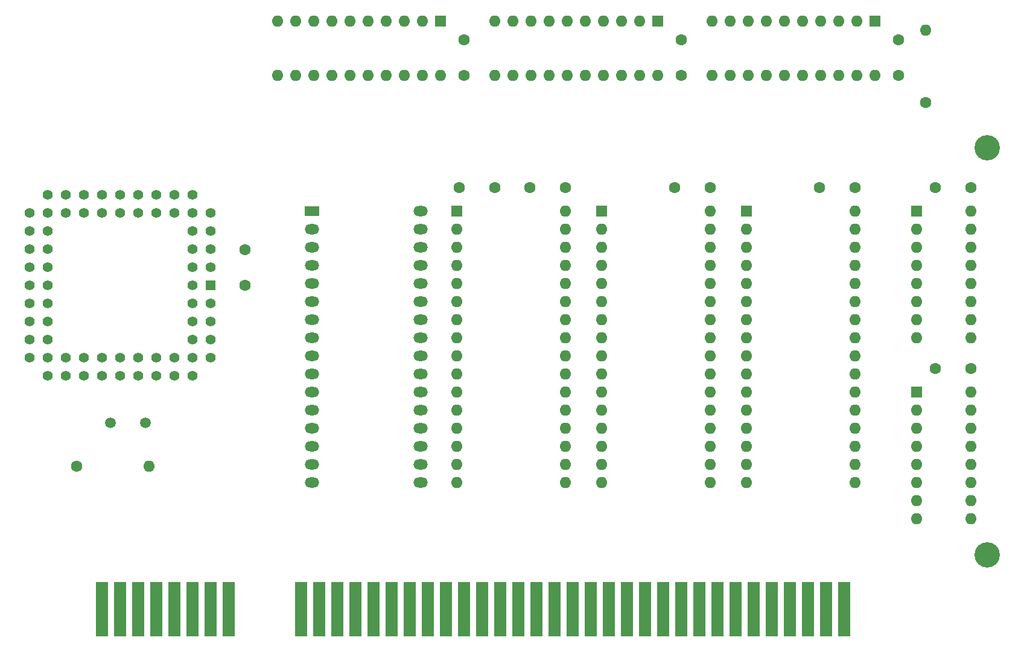
<source format=gbr>
G04 #@! TF.GenerationSoftware,KiCad,Pcbnew,(5.1.8)-1*
G04 #@! TF.CreationDate,2022-11-28T04:52:29-07:00*
G04 #@! TF.ProjectId,V40 64K 640K ISA,56343020-3634-44b2-9036-34304b204953,rev?*
G04 #@! TF.SameCoordinates,Original*
G04 #@! TF.FileFunction,Soldermask,Top*
G04 #@! TF.FilePolarity,Negative*
%FSLAX46Y46*%
G04 Gerber Fmt 4.6, Leading zero omitted, Abs format (unit mm)*
G04 Created by KiCad (PCBNEW (5.1.8)-1) date 2022-11-28 04:52:29*
%MOMM*%
%LPD*%
G01*
G04 APERTURE LIST*
%ADD10R,1.780000X7.620000*%
%ADD11C,1.500000*%
%ADD12O,1.600000X1.600000*%
%ADD13R,1.600000X1.600000*%
%ADD14C,1.422400*%
%ADD15R,1.422400X1.422400*%
%ADD16C,1.600000*%
%ADD17O,2.000000X1.440000*%
%ADD18R,2.000000X1.440000*%
%ADD19C,3.556000*%
G04 APERTURE END LIST*
D10*
G04 #@! TO.C,J9*
X85336380Y-129768600D03*
X87876380Y-129768600D03*
X90416380Y-129768600D03*
X92956380Y-129768600D03*
X95496380Y-129768600D03*
X98036380Y-129768600D03*
X100576380Y-129768600D03*
X103116380Y-129768600D03*
X105656380Y-129768600D03*
X108196380Y-129768600D03*
X110736380Y-129768600D03*
X113276380Y-129768600D03*
X115816380Y-129768600D03*
X118356380Y-129768600D03*
X120896380Y-129768600D03*
X123436380Y-129768600D03*
X125976380Y-129768600D03*
X128516380Y-129768600D03*
X131056380Y-129768600D03*
X133596380Y-129768600D03*
X136136380Y-129768600D03*
X138676380Y-129768600D03*
X141216380Y-129768600D03*
X143756380Y-129768600D03*
X146296380Y-129768600D03*
X148836380Y-129768600D03*
X151376380Y-129768600D03*
X153916380Y-129768600D03*
X156456380Y-129768600D03*
X158996380Y-129768600D03*
X161536380Y-129768600D03*
G04 #@! TD*
D11*
G04 #@! TO.C,Y1*
X58592380Y-103606600D03*
X63492380Y-103606600D03*
G04 #@! TD*
D12*
G04 #@! TO.C,U10*
X104894380Y-54838600D03*
X82034380Y-47218600D03*
X102354380Y-54838600D03*
X84574380Y-47218600D03*
X99814380Y-54838600D03*
X87114380Y-47218600D03*
X97274380Y-54838600D03*
X89654380Y-47218600D03*
X94734380Y-54838600D03*
X92194380Y-47218600D03*
X92194380Y-54838600D03*
X94734380Y-47218600D03*
X89654380Y-54838600D03*
X97274380Y-47218600D03*
X87114380Y-54838600D03*
X99814380Y-47218600D03*
X84574380Y-54838600D03*
X102354380Y-47218600D03*
X82034380Y-54838600D03*
D13*
X104894380Y-47218600D03*
G04 #@! TD*
D12*
G04 #@! TO.C,U9*
X165854380Y-54838600D03*
X142994380Y-47218600D03*
X163314380Y-54838600D03*
X145534380Y-47218600D03*
X160774380Y-54838600D03*
X148074380Y-47218600D03*
X158234380Y-54838600D03*
X150614380Y-47218600D03*
X155694380Y-54838600D03*
X153154380Y-47218600D03*
X153154380Y-54838600D03*
X155694380Y-47218600D03*
X150614380Y-54838600D03*
X158234380Y-47218600D03*
X148074380Y-54838600D03*
X160774380Y-47218600D03*
X145534380Y-54838600D03*
X163314380Y-47218600D03*
X142994380Y-54838600D03*
D13*
X165854380Y-47218600D03*
G04 #@! TD*
D12*
G04 #@! TO.C,U8*
X135374380Y-54838600D03*
X112514380Y-47218600D03*
X132834380Y-54838600D03*
X115054380Y-47218600D03*
X130294380Y-54838600D03*
X117594380Y-47218600D03*
X127754380Y-54838600D03*
X120134380Y-47218600D03*
X125214380Y-54838600D03*
X122674380Y-47218600D03*
X122674380Y-54838600D03*
X125214380Y-47218600D03*
X120134380Y-54838600D03*
X127754380Y-47218600D03*
X117594380Y-54838600D03*
X130294380Y-47218600D03*
X115054380Y-54838600D03*
X132834380Y-47218600D03*
X112514380Y-54838600D03*
D13*
X135374380Y-47218600D03*
G04 #@! TD*
D14*
G04 #@! TO.C,U7*
X70096380Y-97002600D03*
X67556380Y-97002600D03*
X65016380Y-97002600D03*
X62476380Y-97002600D03*
X59936380Y-97002600D03*
X57396380Y-97002600D03*
X54856380Y-97002600D03*
X52316380Y-97002600D03*
X72636380Y-94462600D03*
X67556380Y-94462600D03*
X65016380Y-94462600D03*
X62476380Y-94462600D03*
X59936380Y-94462600D03*
X57396380Y-94462600D03*
X54856380Y-94462600D03*
X52316380Y-94462600D03*
X49776380Y-94462600D03*
X47236380Y-94462600D03*
X47236380Y-91922600D03*
X47236380Y-89382600D03*
X47236380Y-86842600D03*
X47236380Y-84302600D03*
X47236380Y-81762600D03*
X47236380Y-79222600D03*
X47236380Y-76682600D03*
X47236380Y-74142600D03*
X49776380Y-97002600D03*
X49776380Y-91922600D03*
X49776380Y-89382600D03*
X49776380Y-86842600D03*
X49776380Y-84302600D03*
X49776380Y-81762600D03*
X49776380Y-79222600D03*
X49776380Y-76682600D03*
X49776380Y-74142600D03*
X49776380Y-71602600D03*
X52316380Y-71602600D03*
X54856380Y-71602600D03*
X57396380Y-71602600D03*
X59936380Y-71602600D03*
X62476380Y-71602600D03*
X65016380Y-71602600D03*
X67556380Y-71602600D03*
X70096380Y-71602600D03*
X52316380Y-74142600D03*
X54856380Y-74142600D03*
X57396380Y-74142600D03*
X59936380Y-74142600D03*
X62476380Y-74142600D03*
X65016380Y-74142600D03*
X67556380Y-74142600D03*
X70096380Y-74142600D03*
X72636380Y-91922600D03*
X72636380Y-89382600D03*
X72636380Y-86842600D03*
X72636380Y-74142600D03*
X72636380Y-76682600D03*
X72636380Y-79222600D03*
X72636380Y-81762600D03*
D15*
X72636380Y-84302600D03*
D14*
X70096380Y-94462600D03*
X70096380Y-91922600D03*
X70096380Y-89382600D03*
X70096380Y-86842600D03*
X70096380Y-76682600D03*
X70096380Y-79222600D03*
X70096380Y-81762600D03*
X70096380Y-84302600D03*
G04 #@! TD*
D12*
G04 #@! TO.C,R2*
X172966380Y-48488600D03*
D16*
X172966380Y-58648600D03*
G04 #@! TD*
D12*
G04 #@! TO.C,R1*
X64000380Y-109702600D03*
D16*
X53840380Y-109702600D03*
G04 #@! TD*
G04 #@! TO.C,C10*
X108196380Y-54838600D03*
X108196380Y-49838600D03*
G04 #@! TD*
G04 #@! TO.C,C9*
X169156380Y-54838600D03*
X169156380Y-49838600D03*
G04 #@! TD*
G04 #@! TO.C,C8*
X138676380Y-54838600D03*
X138676380Y-49838600D03*
G04 #@! TD*
G04 #@! TO.C,C7*
X77462380Y-84302600D03*
X77462380Y-79302600D03*
G04 #@! TD*
D17*
G04 #@! TO.C,U1*
X102100380Y-111988600D03*
X86860380Y-111988600D03*
X102100380Y-109448600D03*
X86860380Y-109448600D03*
X102100380Y-106908600D03*
X86860380Y-106908600D03*
X102100380Y-104368600D03*
X86860380Y-104368600D03*
X102100380Y-101828600D03*
X86860380Y-101828600D03*
X102100380Y-99288600D03*
X86860380Y-99288600D03*
X102100380Y-96748600D03*
X86860380Y-96748600D03*
X102100380Y-94208600D03*
X86860380Y-94208600D03*
X102100380Y-91668600D03*
X86860380Y-91668600D03*
X102100380Y-89128600D03*
X86860380Y-89128600D03*
X102100380Y-86588600D03*
X86860380Y-86588600D03*
X102100380Y-84048600D03*
X86860380Y-84048600D03*
X102100380Y-81508600D03*
X86860380Y-81508600D03*
X102100380Y-78968600D03*
X86860380Y-78968600D03*
X102100380Y-76428600D03*
X86860380Y-76428600D03*
X102100380Y-73888600D03*
D18*
X86860380Y-73888600D03*
G04 #@! TD*
D10*
G04 #@! TO.C,J1*
X57396380Y-129768600D03*
X59936380Y-129768600D03*
X62476380Y-129768600D03*
X65016380Y-129768600D03*
X67556380Y-129768600D03*
X70096380Y-129768600D03*
X72636380Y-129768600D03*
X75176380Y-129768600D03*
G04 #@! TD*
D16*
G04 #@! TO.C,C2*
X122420380Y-70586600D03*
X117420380Y-70586600D03*
G04 #@! TD*
D12*
G04 #@! TO.C,U2*
X122420380Y-73888600D03*
X107180380Y-111988600D03*
X122420380Y-76428600D03*
X107180380Y-109448600D03*
X122420380Y-78968600D03*
X107180380Y-106908600D03*
X122420380Y-81508600D03*
X107180380Y-104368600D03*
X122420380Y-84048600D03*
X107180380Y-101828600D03*
X122420380Y-86588600D03*
X107180380Y-99288600D03*
X122420380Y-89128600D03*
X107180380Y-96748600D03*
X122420380Y-91668600D03*
X107180380Y-94208600D03*
X122420380Y-94208600D03*
X107180380Y-91668600D03*
X122420380Y-96748600D03*
X107180380Y-89128600D03*
X122420380Y-99288600D03*
X107180380Y-86588600D03*
X122420380Y-101828600D03*
X107180380Y-84048600D03*
X122420380Y-104368600D03*
X107180380Y-81508600D03*
X122420380Y-106908600D03*
X107180380Y-78968600D03*
X122420380Y-109448600D03*
X107180380Y-76428600D03*
X122420380Y-111988600D03*
D13*
X107180380Y-73888600D03*
G04 #@! TD*
D16*
G04 #@! TO.C,C1*
X107514380Y-70586600D03*
X112514380Y-70586600D03*
G04 #@! TD*
D12*
G04 #@! TO.C,U3*
X142740380Y-73888600D03*
X127500380Y-111988600D03*
X142740380Y-76428600D03*
X127500380Y-109448600D03*
X142740380Y-78968600D03*
X127500380Y-106908600D03*
X142740380Y-81508600D03*
X127500380Y-104368600D03*
X142740380Y-84048600D03*
X127500380Y-101828600D03*
X142740380Y-86588600D03*
X127500380Y-99288600D03*
X142740380Y-89128600D03*
X127500380Y-96748600D03*
X142740380Y-91668600D03*
X127500380Y-94208600D03*
X142740380Y-94208600D03*
X127500380Y-91668600D03*
X142740380Y-96748600D03*
X127500380Y-89128600D03*
X142740380Y-99288600D03*
X127500380Y-86588600D03*
X142740380Y-101828600D03*
X127500380Y-84048600D03*
X142740380Y-104368600D03*
X127500380Y-81508600D03*
X142740380Y-106908600D03*
X127500380Y-78968600D03*
X142740380Y-109448600D03*
X127500380Y-76428600D03*
X142740380Y-111988600D03*
D13*
X127500380Y-73888600D03*
G04 #@! TD*
D12*
G04 #@! TO.C,U4*
X163060380Y-73888600D03*
X147820380Y-111988600D03*
X163060380Y-76428600D03*
X147820380Y-109448600D03*
X163060380Y-78968600D03*
X147820380Y-106908600D03*
X163060380Y-81508600D03*
X147820380Y-104368600D03*
X163060380Y-84048600D03*
X147820380Y-101828600D03*
X163060380Y-86588600D03*
X147820380Y-99288600D03*
X163060380Y-89128600D03*
X147820380Y-96748600D03*
X163060380Y-91668600D03*
X147820380Y-94208600D03*
X163060380Y-94208600D03*
X147820380Y-91668600D03*
X163060380Y-96748600D03*
X147820380Y-89128600D03*
X163060380Y-99288600D03*
X147820380Y-86588600D03*
X163060380Y-101828600D03*
X147820380Y-84048600D03*
X163060380Y-104368600D03*
X147820380Y-81508600D03*
X163060380Y-106908600D03*
X147820380Y-78968600D03*
X163060380Y-109448600D03*
X147820380Y-76428600D03*
X163060380Y-111988600D03*
D13*
X147820380Y-73888600D03*
G04 #@! TD*
D16*
G04 #@! TO.C,C6*
X179316380Y-95986600D03*
X174316380Y-95986600D03*
G04 #@! TD*
G04 #@! TO.C,C3*
X142740380Y-70586600D03*
X137740380Y-70586600D03*
G04 #@! TD*
D19*
G04 #@! TO.C,R*
X181602380Y-122148600D03*
G04 #@! TD*
G04 #@! TO.C,R*
X181602380Y-64998600D03*
G04 #@! TD*
D12*
G04 #@! TO.C,U6*
X179316380Y-99288600D03*
X171696380Y-117068600D03*
X179316380Y-101828600D03*
X171696380Y-114528600D03*
X179316380Y-104368600D03*
X171696380Y-111988600D03*
X179316380Y-106908600D03*
X171696380Y-109448600D03*
X179316380Y-109448600D03*
X171696380Y-106908600D03*
X179316380Y-111988600D03*
X171696380Y-104368600D03*
X179316380Y-114528600D03*
X171696380Y-101828600D03*
X179316380Y-117068600D03*
D13*
X171696380Y-99288600D03*
G04 #@! TD*
D12*
G04 #@! TO.C,U5*
X179316380Y-73888600D03*
X171696380Y-91668600D03*
X179316380Y-76428600D03*
X171696380Y-89128600D03*
X179316380Y-78968600D03*
X171696380Y-86588600D03*
X179316380Y-81508600D03*
X171696380Y-84048600D03*
X179316380Y-84048600D03*
X171696380Y-81508600D03*
X179316380Y-86588600D03*
X171696380Y-78968600D03*
X179316380Y-89128600D03*
X171696380Y-76428600D03*
X179316380Y-91668600D03*
D13*
X171696380Y-73888600D03*
G04 #@! TD*
D16*
G04 #@! TO.C,C5*
X179316380Y-70586600D03*
X174316380Y-70586600D03*
G04 #@! TD*
G04 #@! TO.C,C4*
X163060380Y-70586600D03*
X158060380Y-70586600D03*
G04 #@! TD*
M02*

</source>
